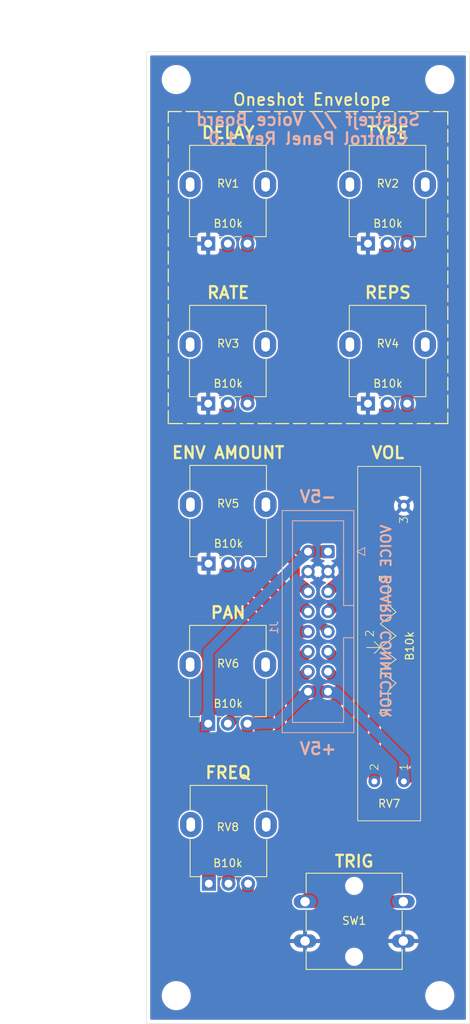
<source format=kicad_pcb>
(kicad_pcb (version 20240108) (generator "pcbnew") (generator_version "8.0")
  (layers (0 "F.Cu" signal) (31 "B.Cu" signal) (34 "B.Paste" user) (35 "F.Paste" user) (36 "B.SilkS" user "B.Silkscreen") (37 "F.SilkS" user "F.Silkscreen") (38 "B.Mask" user) (39 "F.Mask" user) (44 "Edge.Cuts" user))
  (net 0 "")
  (net 1 "/ONESHOT_TRIG")
  (net 2 "-5V")
  (net 3 "GND")
  (net 4 "/PAN")
  (net 5 "+5V")
  (net 6 "/VOL")
  (net 7 "/ONESHOT_DEL")
  (net 8 "/ONESHOT_REPS")
  (net 9 "/FREQ")
  (net 10 "/ONESHOT_TYPE")
  (net 11 "/ONESHOT_RATE")
  (net 12 "/ONESHOT_FROM_BOARD")
  (net 13 "/ONESHOT_TO_BOARD")
  (footprint "Kromftronics_Custom:Potentiometer_Alpha_slide_pot_30mm" (layer "F.Cu") (at 151.892 136.8806 90)
    (property "Reference" "RV7" (at -2.8194 -1.8669 0) (layer "F.SilkS"))
    (property "Value" "B10k" (at 17.1958 0.7366 90) (layer "F.SilkS"))
    (fp_line (start 16.25 -3.75) (end 17 -3) (stroke (width 0.1)) (layer "F.SilkS"))
    (fp_line (start 20 -3) (end 21.5 -1) (stroke (width 0.1)) (layer "F.SilkS"))
    (fp_line (start 17 -3) (end 17 -4.75) (stroke (width 0.1)) (layer "F.SilkS"))
    (fp_line (start 17 -3) (end 17.75 -3.75) (stroke (width 0.1)) (layer "F.SilkS"))
    (fp_line (start 17 -3) (end 18.5 -1) (stroke (width 0.1)) (layer "F.SilkS"))
    (fp_line (start 14 -3) (end 15.5 -1) (stroke (width 0.1)) (layer "F.SilkS"))
    (fp_line (start 22.5 -2) (end 25 -2) (stroke (width 0.1)) (layer "F.SilkS"))
    (fp_line (start 11.5 -2) (end 9.5 -2) (stroke (width 0.1)) (layer "F.SilkS"))
    (fp_line (start 21.5 -1) (end 22.5 -2) (stroke (width 0.1)) (layer "F.SilkS"))
    (fp_line (start 18.5 -1) (end 20 -3) (stroke (width 0.1)) (layer "F.SilkS"))
    (fp_line (start 15.5 -1) (end 17 -3) (stroke (width 0.1)) (layer "F.SilkS"))
    (fp_line (start 12.5 -1) (end 14 -3) (stroke (width 0.1)) (layer "F.SilkS"))
    (fp_line (start 12.5 -1) (end 11.5 -2) (stroke (width 0.1)) (layer "F.SilkS"))
    (fp_rect (start -5 -5.875) (end 40 2.125) (stroke (width 0.1)) (fill none) (layer "F.SilkS"))
    (fp_text user "1" (at 1.27 0 90) (layer "F.SilkS") (effects (font (thickness 0.1)) (justify left)))
    (fp_text user "1" (at 9.25 -2 90) (layer "F.SilkS") (effects (font (thickness 0.1)) (justify right bottom)))
    (fp_text user "3" (at 33.73 0 90) (layer "F.SilkS") (effects (font (thickness 0.1)) (justify right)))
    (fp_text user "2" (at 18.25 -3.75 90) (layer "F.SilkS") (effects (font (thickness 0.1)) (justify left bottom)))
    (fp_text user "2" (at 1.27 -3.75 90) (layer "F.SilkS") (effects (font (thickness 0.1)) (justify left)))
    (fp_text user "3" (at 25.25 -2 90) (layer "F.SilkS") (effects (font (thickness 0.1)) (justify left bottom)))
    (pad "1" thru_hole circle (at 0 0 90) (size 1.524 1.524) (drill 0.762) (layers "*.Cu" "*.Mask") (net 5 "+5V"))
    (pad "2" thru_hole circle (at 0 -3.75 90) (size 1.524 1.524) (drill 0.762) (layers "*.Cu" "*.Mask") (net 6 "/VOL"))
    (pad "3" thru_hole circle (at 35 0 90) (size 1.524 1.524) (drill 0.762) (layers "*.Cu" "*.Mask") (net 3 "GND"))
  )
  (footprint "MountingHole:MountingHole_3.2mm_M3_DIN965" (layer "F.Cu") (at 122.936 47.752)
    (property "Reference" "H1" (hide yes))
    (property "Value" "MountingHole" (hide yes))
    (pad "" np_thru_hole circle (at 0 0) (size 3.2 3.2) (drill 3.2) (layers "*.Cu" "*.Mask"))
  )
  (footprint "Potentiometer_THT:Potentiometer_Alpha_RD901F-40-00D_Single_Vertical" (layer "F.Cu") (at 127 68.58 90)
    (property "Reference" "RV1" (at 7.62 2.54 180) (layer "F.SilkS"))
    (property "Value" "B10k" (at 2.54 2.54 180) (layer "F.SilkS"))
    (fp_line (start 0.88 -2.38) (end 5.6 -2.38) (stroke (width 0.12)) (layer "F.SilkS"))
    (fp_line (start 9.41 -2.37) (end 12.47 -2.37) (stroke (width 0.12)) (layer "F.SilkS"))
    (fp_line (start 0.88 -1.19) (end 0.88 -2.37) (stroke (width 0.12)) (layer "F.SilkS"))
    (fp_line (start 0.88 1.71) (end 0.88 1.18) (stroke (width 0.12)) (layer "F.SilkS"))
    (fp_line (start 0.88 4.16) (end 0.88 3.33) (stroke (width 0.12)) (layer "F.SilkS"))
    (fp_line (start 12.47 7.37) (end 12.47 -2.37) (stroke (width 0.12)) (layer "F.SilkS"))
    (fp_line (start 9.41 7.37) (end 12.47 7.37) (stroke (width 0.12)) (layer "F.SilkS"))
    (fp_line (start 0.88 7.37) (end 0.88 5.88) (stroke (width 0.12)) (layer "F.SilkS"))
    (fp_line (start 0.88 7.37) (end 5.6 7.37) (stroke (width 0.12)) (layer "F.SilkS"))
    (pad "" thru_hole oval (at 7.5 -2.3 180) (size 2.72 3.24) (drill oval 1.1 1.8) (layers "*.Cu" "*.Mask"))
    (pad "" thru_hole oval (at 7.5 7.3 180) (size 2.72 3.24) (drill oval 1.1 1.8) (layers "*.Cu" "*.Mask"))
    (pad "1" thru_hole rect (at 0 0 180) (size 1.8 1.8) (drill 1) (layers "*.Cu" "*.Mask") (net 3 "GND"))
    (pad "2" thru_hole circle (at 0 2.5 180) (size 1.8 1.8) (drill 1) (layers "*.Cu" "*.Mask") (net 7 "/ONESHOT_DEL"))
    (pad "3" thru_hole circle (at 0 5 180) (size 1.8 1.8) (drill 1) (layers "*.Cu" "*.Mask") (net 5 "+5V"))
  )
  (footprint "Potentiometer_THT:Potentiometer_Alpha_RD901F-40-00D_Single_Vertical" (layer "F.Cu") (at 147.32 68.58 90)
    (property "Reference" "RV2" (at 7.62 2.54 180) (layer "F.SilkS"))
    (property "Value" "B10k" (at 2.54 2.54 180) (layer "F.SilkS"))
    (fp_line (start 0.88 -2.38) (end 5.6 -2.38) (stroke (width 0.12)) (layer "F.SilkS"))
    (fp_line (start 9.41 -2.37) (end 12.47 -2.37) (stroke (width 0.12)) (layer "F.SilkS"))
    (fp_line (start 0.88 -1.19) (end 0.88 -2.37) (stroke (width 0.12)) (layer "F.SilkS"))
    (fp_line (start 0.88 1.71) (end 0.88 1.18) (stroke (width 0.12)) (layer "F.SilkS"))
    (fp_line (start 0.88 4.16) (end 0.88 3.33) (stroke (width 0.12)) (layer "F.SilkS"))
    (fp_line (start 12.47 7.37) (end 12.47 -2.37) (stroke (width 0.12)) (layer "F.SilkS"))
    (fp_line (start 9.41 7.37) (end 12.47 7.37) (stroke (width 0.12)) (layer "F.SilkS"))
    (fp_line (start 0.88 7.37) (end 0.88 5.88) (stroke (width 0.12)) (layer "F.SilkS"))
    (fp_line (start 0.88 7.37) (end 5.6 7.37) (stroke (width 0.12)) (layer "F.SilkS"))
    (pad "" thru_hole oval (at 7.5 -2.3 180) (size 2.72 3.24) (drill oval 1.1 1.8) (layers "*.Cu" "*.Mask"))
    (pad "" thru_hole oval (at 7.5 7.3 180) (size 2.72 3.24) (drill oval 1.1 1.8) (layers "*.Cu" "*.Mask"))
    (pad "1" thru_hole rect (at 0 0 180) (size 1.8 1.8) (drill 1) (layers "*.Cu" "*.Mask") (net 3 "GND"))
    (pad "2" thru_hole circle (at 0 2.5 180) (size 1.8 1.8) (drill 1) (layers "*.Cu" "*.Mask") (net 10 "/ONESHOT_TYPE"))
    (pad "3" thru_hole circle (at 0 5 180) (size 1.8 1.8) (drill 1) (layers "*.Cu" "*.Mask") (net 5 "+5V"))
  )
  (footprint "Potentiometer_THT:Potentiometer_Alpha_RD901F-40-00D_Single_Vertical" (layer "F.Cu") (at 127.04 109.22 90)
    (property "Reference" "RV5" (at 7.62 2.5 180) (layer "F.SilkS"))
    (property "Value" "B10k" (at 2.54 2.54 180) (layer "F.SilkS"))
    (fp_line (start 0.88 -2.38) (end 5.6 -2.38) (stroke (width 0.12)) (layer "F.SilkS"))
    (fp_line (start 9.41 -2.37) (end 12.47 -2.37) (stroke (width 0.12)) (layer "F.SilkS"))
    (fp_line (start 0.88 -1.19) (end 0.88 -2.37) (stroke (width 0.12)) (layer "F.SilkS"))
    (fp_line (start 0.88 1.71) (end 0.88 1.18) (stroke (width 0.12)) (layer "F.SilkS"))
    (fp_line (start 0.88 4.16) (end 0.88 3.33) (stroke (width 0.12)) (layer "F.SilkS"))
    (fp_line (start 12.47 7.37) (end 12.47 -2.37) (stroke (width 0.12)) (layer "F.SilkS"))
    (fp_line (start 9.41 7.37) (end 12.47 7.37) (stroke (width 0.12)) (layer "F.SilkS"))
    (fp_line (start 0.88 7.37) (end 0.88 5.88) (stroke (width 0.12)) (layer "F.SilkS"))
    (fp_line (start 0.88 7.37) (end 5.6 7.37) (stroke (width 0.12)) (layer "F.SilkS"))
    (pad "" thru_hole oval (at 7.5 -2.3 180) (size 2.72 3.24) (drill oval 1.1 1.8) (layers "*.Cu" "*.Mask"))
    (pad "" thru_hole oval (at 7.5 7.3 180) (size 2.72 3.24) (drill oval 1.1 1.8) (layers "*.Cu" "*.Mask"))
    (pad "1" thru_hole rect (at 0 0 180) (size 1.8 1.8) (drill 1) (layers "*.Cu" "*.Mask") (net 3 "GND"))
    (pad "2" thru_hole circle (at 0 2.5 180) (size 1.8 1.8) (drill 1) (layers "*.Cu" "*.Mask") (net 13 "/ONESHOT_TO_BOARD"))
    (pad "3" thru_hole circle (at 0 5 180) (size 1.8 1.8) (drill 1) (layers "*.Cu" "*.Mask") (net 12 "/ONESHOT_FROM_BOARD"))
  )
  (footprint "MountingHole:MountingHole_3.2mm_M3_DIN965" (layer "F.Cu") (at 122.936 164.084)
    (property "Reference" "H3" (hide yes))
    (property "Value" "MountingHole" (hide yes))
    (pad "" np_thru_hole circle (at 0 0) (size 3.2 3.2) (drill 3.2) (layers "*.Cu" "*.Mask"))
  )
  (footprint "Potentiometer_THT:Potentiometer_Alpha_RD901F-40-00D_Single_Vertical" (layer "F.Cu") (at 147.32 88.9 90)
    (property "Reference" "RV4" (at 7.62 2.54 180) (layer "F.SilkS"))
    (property "Value" "B10k" (at 2.54 2.54 180) (layer "F.SilkS"))
    (fp_line (start 0.88 -2.38) (end 5.6 -2.38) (stroke (width 0.12)) (layer "F.SilkS"))
    (fp_line (start 9.41 -2.37) (end 12.47 -2.37) (stroke (width 0.12)) (layer "F.SilkS"))
    (fp_line (start 0.88 -1.19) (end 0.88 -2.37) (stroke (width 0.12)) (layer "F.SilkS"))
    (fp_line (start 0.88 1.71) (end 0.88 1.18) (stroke (width 0.12)) (layer "F.SilkS"))
    (fp_line (start 0.88 4.16) (end 0.88 3.33) (stroke (width 0.12)) (layer "F.SilkS"))
    (fp_line (start 12.47 7.37) (end 12.47 -2.37) (stroke (width 0.12)) (layer "F.SilkS"))
    (fp_line (start 9.41 7.37) (end 12.47 7.37) (stroke (width 0.12)) (layer "F.SilkS"))
    (fp_line (start 0.88 7.37) (end 0.88 5.88) (stroke (width 0.12)) (layer "F.SilkS"))
    (fp_line (start 0.88 7.37) (end 5.6 7.37) (stroke (width 0.12)) (layer "F.SilkS"))
    (pad "" thru_hole oval (at 7.5 -2.3 180) (size 2.72 3.24) (drill oval 1.1 1.8) (layers "*.Cu" "*.Mask"))
    (pad "" thru_hole oval (at 7.5 7.3 180) (size 2.72 3.24) (drill oval 1.1 1.8) (layers "*.Cu" "*.Mask"))
    (pad "1" thru_hole rect (at 0 0 180) (size 1.8 1.8) (drill 1) (layers "*.Cu" "*.Mask") (net 3 "GND"))
    (pad "2" thru_hole circle (at 0 2.5 180) (size 1.8 1.8) (drill 1) (layers "*.Cu" "*.Mask") (net 8 "/ONESHOT_REPS"))
    (pad "3" thru_hole circle (at 0 5 180) (size 1.8 1.8) (drill 1) (layers "*.Cu" "*.Mask") (net 5 "+5V"))
  )
  (footprint "Potentiometer_THT:Potentiometer_Alpha_RD901F-40-00D_Single_Vertical" (layer "F.Cu") (at 127.08 149.86 90)
    (property "Reference" "RV8" (at 7.178 2.42 180) (layer "F.SilkS"))
    (property "Value" "B10k" (at 2.606 2.42 180) (layer "F.SilkS"))
    (fp_line (start 0.88 -2.38) (end 5.6 -2.38) (stroke (width 0.12)) (layer "F.SilkS"))
    (fp_line (start 9.41 -2.37) (end 12.47 -2.37) (stroke (width 0.12)) (layer "F.SilkS"))
    (fp_line (start 0.88 -1.19) (end 0.88 -2.37) (stroke (width 0.12)) (layer "F.SilkS"))
    (fp_line (start 0.88 1.71) (end 0.88 1.18) (stroke (width 0.12)) (layer "F.SilkS"))
    (fp_line (start 0.88 4.16) (end 0.88 3.33) (stroke (width 0.12)) (layer "F.SilkS"))
    (fp_line (start 12.47 7.37) (end 12.47 -2.37) (stroke (width 0.12)) (layer "F.SilkS"))
    (fp_line (start 9.41 7.37) (end 12.47 7.37) (stroke (width 0.12)) (layer "F.SilkS"))
    (fp_line (start 0.88 7.37) (end 0.88 5.88) (stroke (width 0.12)) (layer "F.SilkS"))
    (fp_line (start 0.88 7.37) (end 5.6 7.37) (stroke (width 0.12)) (layer "F.SilkS"))
    (pad "" thru_hole oval (at 7.5 -2.3 180) (size 2.72 3.24) (drill oval 1.1 1.8) (layers "*.Cu" "*.Mask"))
    (pad "" thru_hole oval (at 7.5 7.3 180) (size 2.72 3.24) (drill oval 1.1 1.8) (layers "*.Cu" "*.Mask"))
    (pad "1" thru_hole rect (at 0 0 180) (size 1.8 1.8) (drill 1) (layers "*.Cu" "*.Mask") (net 5 "+5V"))
    (pad "2" thru_hole circle (at 0 2.5 180) (size 1.8 1.8) (drill 1) (layers "*.Cu" "*.Mask") (net 9 "/FREQ"))
    (pad "3" thru_hole circle (at 0 5 180) (size 1.8 1.8) (drill 1) (layers "*.Cu" "*.Mask") (net 2 "-5V"))
  )
  (footprint "MountingHole:MountingHole_3.2mm_M3_DIN965" (layer "F.Cu") (at 156.464 164.084)
    (property "Reference" "H4" (hide yes))
    (property "Value" "MountingHole" (hide yes))
    (pad "" np_thru_hole circle (at 0 0) (size 3.2 3.2) (drill 3.2) (layers "*.Cu" "*.Mask"))
  )
  (footprint "Potentiometer_THT:Potentiometer_Alpha_RD901F-40-00D_Single_Vertical" (layer "F.Cu") (at 127 88.9 90)
    (property "Reference" "RV3" (at 7.62 2.54 180) (layer "F.SilkS"))
    (property "Value" "B10k" (at 2.54 2.54 180) (layer "F.SilkS"))
    (fp_line (start 0.88 -2.38) (end 5.6 -2.38) (stroke (width 0.12)) (layer "F.SilkS"))
    (fp_line (start 9.41 -2.37) (end 12.47 -2.37) (stroke (width 0.12)) (layer "F.SilkS"))
    (fp_line (start 0.88 -1.19) (end 0.88 -2.37) (stroke (width 0.12)) (layer "F.SilkS"))
    (fp_line (start 0.88 1.71) (end 0.88 1.18) (stroke (width 0.12)) (layer "F.SilkS"))
    (fp_line (start 0.88 4.16) (end 0.88 3.33) (stroke (width 0.12)) (layer "F.SilkS"))
    (fp_line (start 12.47 7.37) (end 12.47 -2.37) (stroke (width 0.12)) (layer "F.SilkS"))
    (fp_line (start 9.41 7.37) (end 12.47 7.37) (stroke (width 0.12)) (layer "F.SilkS"))
    (fp_line (start 0.88 7.37) (end 0.88 5.88) (stroke (width 0.12)) (layer "F.SilkS"))
    (fp_line (start 0.88 7.37) (end 5.6 7.37) (stroke (width 0.12)) (layer "F.SilkS"))
    (pad "" thru_hole oval (at 7.5 -2.3 180) (size 2.72 3.24) (drill oval 1.1 1.8) (layers "*.Cu" "*.Mask"))
    (pad "" thru_hole oval (at 7.5 7.3 180) (size 2.72 3.24) (drill oval 1.1 1.8) (layers "*.Cu" "*.Mask"))
    (pad "1" thru_hole rect (at 0 0 180) (size 1.8 1.8) (drill 1) (layers "*.Cu" "*.Mask") (net 3 "GND"))
    (pad "2" thru_hole circle (at 0 2.5 180) (size 1.8 1.8) (drill 1) (layers "*.Cu" "*.Mask") (net 11 "/ONESHOT_RATE"))
    (pad "3" thru_hole circle (at 0 5 180) (size 1.8 1.8) (drill 1) (layers "*.Cu" "*.Mask") (net 5 "+5V"))
  )
  (footprint "Button_Switch_THT:SW_SPST_Omron_B3F-40xx" (layer "F.Cu") (at 139.319 152.146)
    (property "Reference" "SW1" (at 6.25 2.428 0) (layer "F.SilkS"))
    (property "Value" "TRIG" (at 6.25 -5.12 0) (layer "F.SilkS") (effects (font (size 1.5 1.5) (thickness 0.3) (bold yes))))
    (fp_line (start 0.14 -3.61) (end 0.14 -1.1) (stroke (width 0.12)) (layer "F.SilkS"))
    (fp_line (start 0.14 -3.61) (end 12.36 -3.61) (stroke (width 0.12)) (layer "F.SilkS"))
    (fp_line (start 0.14 1.2) (end 0.14 3.8) (stroke (width 0.12)) (layer "F.SilkS"))
    (fp_line (start 0.14 6.1) (end 0.14 8.61) (stroke (width 0.12)) (layer "F.SilkS"))
    (fp_line (start 12.36 -3.61) (end 12.36 -1.1) (stroke (width 0.12)) (layer "F.SilkS"))
    (fp_line (start 12.36 1.2) (end 12.36 3.8) (stroke (width 0.12)) (layer "F.SilkS"))
    (fp_line (start 12.36 6.1) (end 12.36 8.61) (stroke (width 0.12)) (layer "F.SilkS"))
    (fp_line (start 12.36 8.61) (end 0.14 8.61) (stroke (width 0.12)) (layer "F.SilkS"))
    (pad "" np_thru_hole circle (at 6.25 -2) (size 1.8 1.8) (drill 1.8) (layers "F&B.Cu" "*.Mask"))
    (pad "" np_thru_hole circle (at 6.25 7) (size 1.8 1.8) (drill 1.8) (layers "F&B.Cu" "*.Mask"))
    (pad "1" thru_hole oval (at 0 0) (size 2.9 1.7) (drill 1.2) (layers "*.Cu" "*.Mask") (net 1 "/ONESHOT_TRIG"))
    (pad "1" thru_hole oval (at 12.5 0) (size 2.9 1.7) (drill 1.2) (layers "*.Cu" "*.Mask") (net 1 "/ONESHOT_TRIG"))
    (pad "2" thru_hole oval (at 0 5) (size 2.9 1.7) (drill 1.2) (layers "*.Cu" "*.Mask") (net 3 "GND"))
    (pad "2" thru_hole oval (at 12.5 5) (size 2.9 1.7) (drill 1.2) (layers "*.Cu" "*.Mask") (net 3 "GND"))
  )
  (footprint "Potentiometer_THT:Potentiometer_Alpha_RD901F-40-00D_Single_Vertical" (layer "F.Cu") (at 127 129.54 90)
    (property "Reference" "RV6" (at 7.62 2.54 180) (layer "F.SilkS"))
    (property "Value" "B10k" (at 2.54 2.54 180) (layer "F.SilkS"))
    (fp_line (start 0.88 -2.38) (end 5.6 -2.38) (stroke (width 0.12)) (layer "F.SilkS"))
    (fp_line (start 9.41 -2.37) (end 12.47 -2.37) (stroke (width 0.12)) (layer "F.SilkS"))
    (fp_line (start 0.88 -1.19) (end 0.88 -2.37) (stroke (width 0.12)) (layer "F.SilkS"))
    (fp_line (start 0.88 1.71) (end 0.88 1.18) (stroke (width 0.12)) (layer "F.SilkS"))
    (fp_line (start 0.88 4.16) (end 0.88 3.33) (stroke (width 0.12)) (layer "F.SilkS"))
    (fp_line (start 12.47 7.37) (end 12.47 -2.37) (stroke (width 0.12)) (layer "F.SilkS"))
    (fp_line (start 9.41 7.37) (end 12.47 7.37) (stroke (width 0.12)) (layer "F.SilkS"))
    (fp_line (start 0.88 7.37) (end 0.88 5.88) (stroke (width 0.12)) (layer "F.SilkS"))
    (fp_line (start 0.88 7.37) (end 5.6 7.37) (stroke (width 0.12)) (layer "F.SilkS"))
    (pad "" thru_hole oval (at 7.5 -2.3 180) (size 2.72 3.24) (drill oval 1.1 1.8) (layers "*.Cu" "*.Mask"))
    (pad "" thru_hole oval (at 7.5 7.3 180) (size 2.72 3.24) (drill oval 1.1 1.8) (layers "*.Cu" "*.Mask"))
    (pad "1" thru_hole rect (at 0 0 180) (size 1.8 1.8) (drill 1) (layers "*.Cu" "*.Mask") (net 2 "-5V"))
    (pad "2" thru_hole circle (at 0 2.5 180) (size 1.8 1.8) (drill 1) (layers "*.Cu" "*.Mask") (net 4 "/PAN"))
    (pad "3" thru_hole circle (at 0 5 180) (size 1.8 1.8) (drill 1) (layers "*.Cu" "*.Mask") (net 5 "+5V"))
  )
  (footprint "MountingHole:MountingHole_3.2mm_M3_DIN965" (layer "F.Cu") (at 156.464 47.752)
    (property "Reference" "H2" (hide yes))
    (property "Value" "MountingHole" (hide yes))
    (pad "" np_thru_hole circle (at 0 0) (size 3.2 3.2) (drill 3.2) (layers "*.Cu" "*.Mask"))
  )
  (footprint "Connector_IDC:IDC-Header_2x08_P2.54mm_Vertical" (layer "B.Cu") (at 142.24 107.696 180)
    (property "Reference" "J1" (at 6.858 -9.652 90) (layer "B.SilkS") (effects (justify mirror)))
    (property "Value" "Conn_02x08_Odd_Even")
    (fp_line (start 5.83 5.21) (end -3.29 5.21) (stroke (width 0.12)) (layer "B.SilkS"))
    (fp_line (start 5.83 -22.99) (end 5.83 5.21) (stroke (width 0.12)) (layer "B.SilkS"))
    (fp_line (start 4.52 3.91) (end -1.98 3.91) (stroke (width 0.12)) (layer "B.SilkS"))
    (fp_line (start 4.52 -21.69) (end 4.52 3.91) (stroke (width 0.12)) (layer "B.SilkS"))
    (fp_line (start -1.98 3.91) (end -1.98 -6.84) (stroke (width 0.12)) (layer "B.SilkS"))
    (fp_line (start -1.98 -6.84) (end -3.29 -6.84) (stroke (width 0.12)) (layer "B.SilkS"))
    (fp_line (start -1.98 -10.94) (end -1.98 -10.94) (stroke (width 0.12)) (layer "B.SilkS"))
    (fp_line (start -1.98 -10.94) (end -1.98 -21.69) (stroke (width 0.12)) (layer "B.SilkS"))
    (fp_line (start -1.98 -21.69) (end 4.52 -21.69) (stroke (width 0.12)) (layer "B.SilkS"))
    (fp_line (start -3.29 5.21) (end -3.29 -22.99) (stroke (width 0.12)) (layer "B.SilkS"))
    (fp_line (start -3.29 -10.94) (end -1.98 -10.94) (stroke (width 0.12)) (layer "B.SilkS"))
    (fp_line (start -3.29 -22.99) (end 5.83 -22.99) (stroke (width 0.12)) (layer "B.SilkS"))
    (fp_line (start -3.68 0) (end -4.68 -0.5) (stroke (width 0.12)) (layer "B.SilkS"))
    (fp_line (start -4.68 0.5) (end -3.68 0) (stroke (width 0.12)) (layer "B.SilkS"))
    (fp_line (start -4.68 -0.5) (end -4.68 0.5) (stroke (width 0.12)) (layer "B.SilkS"))
    (pad "1" thru_hole roundrect (at 0 0 180) (size 1.7 1.7) (drill 1) (layers "*.Cu" "*.Mask") (roundrect_rratio 0.147059) (net 2 "-5V"))
    (pad "2" thru_hole circle (at 2.54 0 180) (size 1.7 1.7) (drill 1) (layers "*.Cu" "*.Mask") (net 2 "-5V"))
    (pad "3" thru_hole circle (at 0 -2.54 180) (size 1.7 1.7) (drill 1) (layers "*.Cu" "*.Mask") (net 3 "GND"))
    (pad "4" thru_hole circle (at 2.54 -2.54 180) (size 1.7 1.7) (drill 1) (layers "*.Cu" "*.Mask") (net 3 "GND"))
    (pad "5" thru_hole circle (at 0 -5.08 180) (size 1.7 1.7) (drill 1) (layers "*.Cu" "*.Mask") (net 10 "/ONESHOT_TYPE"))
    (pad "6" thru_hole circle (at 2.54 -5.08 180) (size 1.7 1.7) (drill 1) (layers "*.Cu" "*.Mask") (net 11 "/ONESHOT_RATE"))
    (pad "7" thru_hole circle (at 0 -7.62 180) (size 1.7 1.7) (drill 1) (layers "*.Cu" "*.Mask") (net 8 "/ONESHOT_REPS"))
    (pad "8" thru_hole circle (at 2.54 -7.62 180) (size 1.7 1.7) (drill 1) (layers "*.Cu" "*.Mask") (net 7 "/ONESHOT_DEL"))
    (pad "9" thru_hole circle (at 0 -10.16 180) (size 1.7 1.7) (drill 1) (layers "*.Cu" "*.Mask") (net 12 "/ONESHOT_FROM_BOARD"))
    (pad "10" thru_hole circle (at 2.54 -10.16 180) (size 1.7 1.7) (drill 1) (layers "*.Cu" "*.Mask") (net 13 "/ONESHOT_TO_BOARD"))
    (pad "11" thru_hole circle (at 0 -12.7 180) (size 1.7 1.7) (drill 1) (layers "*.Cu" "*.Mask") (net 6 "/VOL"))
    (pad "12" thru_hole circle (at 2.54 -12.7 180) (size 1.7 1.7) (drill 1) (layers "*.Cu" "*.Mask") (net 4 "/PAN"))
    (pad "13" thru_hole circle (at 0 -15.24 180) (size 1.7 1.7) (drill 1) (layers "*.Cu" "*.Mask") (net 1 "/ONESHOT_TRIG"))
    (pad "14" thru_hole circle (at 2.54 -15.24 180) (size 1.7 1.7) (drill 1) (layers "*.Cu" "*.Mask") (net 9 "/FREQ"))
    (pad "15" thru_hole circle (at 0 -17.78 180) (size 1.7 1.7) (drill 1) (layers "*.Cu" "*.Mask") (net 5 "+5V"))
    (pad "16" thru_hole circle (at 2.54 -17.78 180) (size 1.7 1.7) (drill 1) (layers "*.Cu" "*.Mask") (net 5 "+5V"))
  )
  (gr_rect (start 121.92 51.816) (end 157.48 91.44) (stroke (width 0.15) (type dash)) (fill none) (layer "F.SilkS"))
  (gr_rect (start 119.126 44.196) (end 160.274 167.64) (stroke (width 0.05)) (fill none) (layer "Edge.Cuts"))
  (gr_text "Solstrejf // Voice Board\nControl Panel Rev 1.0" (at 139.7 56.134 0) (layer "B.SilkS") (effects (font (size 1.5 1.5) (thickness 0.3) (bold yes)) (justify bottom mirror)))
  (gr_text "+5V" (at 140.97 133.604 0) (layer "B.SilkS") (effects (font (size 1.5 1.5) (thickness 0.3) (bold yes)) (justify bottom mirror)))
  (gr_text "-5V" (at 140.97 101.6 0) (layer "B.SilkS") (effects (font (size 1.5 1.5) (thickness 0.3) (bold yes)) (justify bottom mirror)))
  (gr_text "VOICE BOARD CONNECTOR" (at 150.368 104.14 90) (layer "B.SilkS") (effects (font (size 1.25 1.25) (thickness 0.25) (bold yes)) (justify left bottom mirror)))
  (gr_text "REPS" (at 149.86 75.692 0) (layer "F.SilkS") (effects (font (size 1.5 1.5) (thickness 0.3) (bold yes)) (justify bottom)))
  (gr_text "ENV AMOUNT" (at 129.54 96.012 0) (layer "F.SilkS") (effects (font (size 1.5 1.5) (thickness 0.3) (bold yes)) (justify bottom)))
  (gr_text "Oneshot Envelope" (at 140.208 50.292 0) (layer "F.SilkS") (effects (font (size 1.5 1.5) (thickness 0.25) (bold yes))))
  (gr_text "TYPE" (at 149.86 55.372 0) (layer "F.SilkS") (effects (font (size 1.5 1.5) (thickness 0.3) (bold yes)) (justify bottom)))
  (gr_text "RATE" (at 129.54 75.692 0) (layer "F.SilkS") (effects (font (size 1.5 1.5) (thickness 0.3) (bold yes)) (justify bottom)))
  (gr_text "DELAY" (at 129.54 55.372 0) (layer "F.SilkS") (effects (font (size 1.5 1.5) (thickness 0.3) (bold yes)) (justify bottom)))
  (gr_text "PAN" (at 129.54 116.332 0) (layer "F.SilkS") (effects (font (size 1.5 1.5) (thickness 0.3) (bold yes)) (justify bottom)))
  (gr_text "VOL" (at 149.86 96.012 0) (layer "F.SilkS") (effects (font (size 1.5 1.5) (thickness 0.3) (bold yes)) (justify bottom)))
  (gr_text "FREQ" (at 129.54 136.652 0) (layer "F.SilkS") (effects (font (size 1.5 1.5) (thickness 0.3) (bold yes)) (justify bottom)))
  (segment (start 144.78 125.476) (end 142.24 122.936) (width 1.27) (layer "F.Cu") (net 1))
  (segment (start 141.859 141.097) (end 144.78 138.176) (width 1.27) (layer "F.Cu") (net 1))
  (segment (start 141.859 149.606) (end 141.859 141.097) (width 1.27) (layer "F.Cu") (net 1))
  (segment (start 144.78 138.176) (end 144.78 125.476) (width 1.27) (layer "F.Cu") (net 1))
  (segment (start 139.319 152.146) (end 141.859 149.606) (width 1.27) (layer "F.Cu") (net 1))
  (segment (start 139.319 152.146) (end 151.819 152.146) (width 1.27) (layer "F.Cu") (net 1))
  (segment (start 121.412 149.352) (end 124.46 152.4) (width 1.27) (layer "F.Cu") (net 2))
  (segment (start 121.412 135.128) (end 121.412 149.352) (width 1.27) (layer "F.Cu") (net 2))
  (segment (start 132.08 151.384) (end 132.08 149.86) (width 1.27) (layer "F.Cu") (net 2))
  (segment (start 127 129.54) (end 121.412 135.128) (width 1.27) (layer "F.Cu") (net 2))
  (segment (start 124.46 152.4) (end 131.064 152.4) (width 1.27) (layer "F.Cu") (net 2))
  (segment (start 139.7 107.696) (end 142.24 107.696) (width 1.27) (layer "F.Cu") (net 2))
  (segment (start 131.064 152.4) (end 132.08 151.384) (width 1.27) (layer "F.Cu") (net 2))
  (segment (start 127 129.54) (end 127 120.396) (width 1.27) (layer "B.Cu") (net 2))
  (segment (start 127 120.396) (end 139.7 107.696) (width 1.27) (layer "B.Cu") (net 2))
  (segment (start 135.601 124.495) (end 139.7 120.396) (width 1.27) (layer "F.Cu") (net 4))
  (segment (start 129.5 129.54) (end 134.545 124.495) (width 1.27) (layer "F.Cu") (net 4))
  (segment (start 134.545 124.495) (end 135.601 124.495) (width 1.27) (layer "F.Cu") (net 4))
  (segment (start 152.32 66.976) (end 152.32 68.58) (width 1.27) (layer "F.Cu") (net 5))
  (segment (start 132 67.009) (end 133.858 65.151) (width 1.27) (layer "F.Cu") (net 5))
  (segment (start 132 68.58) (end 132 88.9) (width 1.27) (layer "F.Cu") (net 5))
  (segment (start 127.08 149.86) (end 127.08 136.064) (width 1.27) (layer "F.Cu") (net 5))
  (segment (start 133.858 65.151) (end 150.495 65.151) (width 1.27) (layer "F.Cu") (net 5))
  (segment (start 127.08 136.064) (end 132 131.144) (width 1.27) (layer "F.Cu") (net 5))
  (segment (start 151.892 136.8806) (end 154.94 133.8326) (width 1.27) (layer "F.Cu") (net 5))
  (segment (start 150.495 65.151) (end 152.32 66.976) (width 1.27) (layer "F.Cu") (net 5))
  (segment (start 152.4 88.98) (end 152.32 88.9) (width 1.27) (layer "F.Cu") (net 5))
  (segment (start 154.94 133.8326) (end 154.94 95.25) (width 1.27) (layer "F.Cu") (net 5))
  (segment (start 139.7 125.476) (end 142.24 125.476) (width 1.27) (layer "F.Cu") (net 5))
  (segment (start 152.32 68.58) (end 152.32 88.9) (width 1.27) (layer "F.Cu") (net 5))
  (segment (start 132 68.58) (end 132 67.009) (width 1.27) (layer "F.Cu") (net 5))
  (segment (start 152.4 92.71) (end 152.4 88.98) (width 1.27) (layer "F.Cu") (net 5))
  (segment (start 132 131.144) (end 132 129.54) (width 1.27) (layer "F.Cu") (net 5))
  (segment (start 154.94 95.25) (end 152.4 92.71) (width 1.27) (layer "F.Cu") (net 5))
  (segment (start 135.636 129.54) (end 139.7 125.476) (width 1.27) (layer "B.Cu") (net 5))
  (segment (start 142.24 125.476) (end 143.256 125.476) (width 1.27) (layer "B.Cu") (net 5))
  (segment (start 143.256 125.476) (end 151.892 134.112) (width 1.27) (layer "B.Cu") (net 5))
  (segment (start 132 129.54) (end 135.636 129.54) (width 1.27) (layer "B.Cu") (net 5))
  (segment (start 151.892 134.112) (end 151.892 136.8806) (width 1.27) (layer "B.Cu") (net 5))
  (segment (start 148.142 136.8806) (end 148.142 126.298) (width 1.27) (layer "F.Cu") (net 6))
  (segment (start 148.142 126.298) (end 142.24 120.396) (width 1.27) (layer "F.Cu") (net 6))
  (segment (start 129.5 68.58) (end 129.5 82.209) (width 1.27) (layer "F.Cu") (net 7))
  (segment (start 134.366 109.982) (end 139.7 115.316) (width 1.27) (layer "F.Cu") (net 7))
  (segment (start 124.46 87.249) (end 124.46 97.8059) (width 1.27) (layer "F.Cu") (net 7))
  (segment (start 124.46 97.8059) (end 134.366 107.7119) (width 1.27) (layer "F.Cu") (net 7))
  (segment (start 129.5 82.209) (end 124.46 87.249) (width 1.27) (layer "F.Cu") (net 7))
  (segment (start 134.366 107.7119) (end 134.366 109.982) (width 1.27) (layer "F.Cu") (net 7))
  (segment (start 149.82 107.736) (end 142.24 115.316) (width 1.27) (layer "F.Cu") (net 8))
  (segment (start 149.82 88.9) (end 149.82 107.736) (width 1.27) (layer "F.Cu") (net 8))
  (segment (start 129.58 149.86) (end 129.58 137.12) (width 1.27) (layer "F.Cu") (net 9))
  (segment (start 129.58 137.12) (end 136.144 130.556) (width 1.27) (layer "F.Cu") (net 9))
  (segment (start 136.144 126.492) (end 139.7 122.936) (width 1.27) (layer "F.Cu") (net 9))
  (segment (start 136.144 130.556) (end 136.144 126.492) (width 1.27) (layer "F.Cu") (net 9))
  (segment (start 144.78 110.236) (end 142.24 112.776) (width 1.27) (layer "F.Cu") (net 10))
  (segment (start 144.78 86.487) (end 144.78 110.236) (width 1.27) (layer "F.Cu") (net 10))
  (segment (start 149.82 81.447) (end 144.78 86.487) (width 1.27) (layer "F.Cu") (net 10))
  (segment (start 149.82 68.58) (end 149.82 81.447) (width 1.27) (layer "F.Cu") (net 10))
  (segment (start 138.015 111.091) (end 139.7 112.776) (width 1.27) (layer "F.Cu") (net 11))
  (segment (start 138.015 109.051453) (end 138.015 111.091) (width 1.27) (layer "F.Cu") (net 11))
  (segment (start 129.5 88.9) (end 129.5 100.536453) (width 1.27) (layer "F.Cu") (net 11))
  (segment (start 129.5 100.536453) (end 138.015 109.051453) (width 1.27) (layer "F.Cu") (net 11))
  (segment (start 132.04 111.72) (end 132.04 109.22) (width 1.27) (layer "F.Cu") (net 12))
  (segment (start 137.033 116.078) (end 136.398 116.078) (width 1.27) (layer "F.Cu") (net 12))
  (segment (start 137.541 116.586) (end 140.97 116.586) (width 0.2) (layer "F.Cu") (net 12))
  (segment (start 137.033 116.078) (end 137.541 116.586) (width 0.2) (layer "F.Cu") (net 12))
  (segment (start 140.97 116.586) (end 142.24 117.856) (width 0.2) (layer "F.Cu") (net 12))
  (segment (start 136.398 116.078) (end 132.04 111.72) (width 1.27) (layer "F.Cu") (net 12))
  (segment (start 129.54 109.22) (end 129.54 112.776) (width 1.27) (layer "F.Cu") (net 13))
  (segment (start 129.54 112.776) (end 134.62 117.856) (width 1.27) (layer "F.Cu") (net 13))
  (segment (start 134.62 117.856) (end 139.7 117.856) (width 1.27) (layer "F.Cu") (net 13))
  (zone (net 12) (net_name "/ONESHOT_FROM_BOARD") (layer "F.Cu") (priority 1) (connect_pads (clearance 0)) (min_thickness 0.25) (fill yes (thermal_gap 0.5) (thermal_bridge_width 0.5) (smoothing chamfer) (radius 1))
    (polygon (pts (xy 137.16 116.713) (xy 138.938 116.6876) (xy 138.938 116.4844) (xy 137.668 115.443) (xy 136.652 115.443) (xy 136.652 116.713)))
  )
  (zone (net 3) (net_name "GND") (layers "F&B.Cu") (connect_pads (clearance 0)) (min_thickness 0.25) (fill yes (thermal_gap 0.5) (thermal_bridge_width 0.5))
    (polygon (pts (xy 119.126 44.196) (xy 160.274 44.196) (xy 160.274 167.64) (xy 119.126 167.64)))
  )
)
</source>
